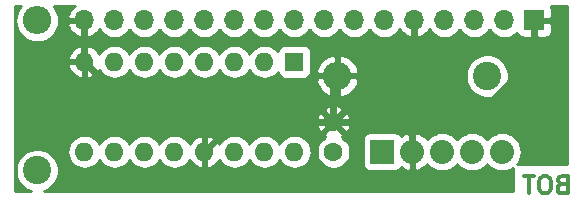
<source format=gbl>
G04 #@! TF.GenerationSoftware,KiCad,Pcbnew,(5.1.4)-1*
G04 #@! TF.CreationDate,2019-09-09T23:57:34+02:00*
G04 #@! TF.ProjectId,Display,44697370-6c61-4792-9e6b-696361645f70,1.0*
G04 #@! TF.SameCoordinates,PXd59f80PY1d905c0*
G04 #@! TF.FileFunction,Copper,L2,Bot*
G04 #@! TF.FilePolarity,Positive*
%FSLAX46Y46*%
G04 Gerber Fmt 4.6, Leading zero omitted, Abs format (unit mm)*
G04 Created by KiCad (PCBNEW (5.1.4)-1) date 2019-09-09 23:57:34*
%MOMM*%
%LPD*%
G04 APERTURE LIST*
%ADD10C,0.300000*%
%ADD11O,2.032000X2.032000*%
%ADD12R,2.032000X2.032000*%
%ADD13O,1.700000X1.700000*%
%ADD14R,1.700000X1.700000*%
%ADD15O,1.600000X1.600000*%
%ADD16R,1.600000X1.600000*%
%ADD17O,2.400000X2.400000*%
%ADD18C,2.400000*%
%ADD19C,1.600000*%
%ADD20C,0.600000*%
%ADD21C,0.254000*%
G04 APERTURE END LIST*
D10*
X46923857Y1262143D02*
X46709571Y1190715D01*
X46638142Y1119286D01*
X46566714Y976429D01*
X46566714Y762143D01*
X46638142Y619286D01*
X46709571Y547858D01*
X46852428Y476429D01*
X47423857Y476429D01*
X47423857Y1976429D01*
X46923857Y1976429D01*
X46781000Y1905000D01*
X46709571Y1833572D01*
X46638142Y1690715D01*
X46638142Y1547858D01*
X46709571Y1405000D01*
X46781000Y1333572D01*
X46923857Y1262143D01*
X47423857Y1262143D01*
X45638142Y1976429D02*
X45352428Y1976429D01*
X45209571Y1905000D01*
X45066714Y1762143D01*
X44995285Y1476429D01*
X44995285Y976429D01*
X45066714Y690715D01*
X45209571Y547858D01*
X45352428Y476429D01*
X45638142Y476429D01*
X45781000Y547858D01*
X45923857Y690715D01*
X45995285Y976429D01*
X45995285Y1476429D01*
X45923857Y1762143D01*
X45781000Y1905000D01*
X45638142Y1976429D01*
X44566714Y1976429D02*
X43709571Y1976429D01*
X44138142Y476429D02*
X44138142Y1976429D01*
D11*
X41880000Y4012500D03*
X39340000Y4012500D03*
X36800000Y4012500D03*
X34260000Y4012500D03*
D12*
X31720000Y4012500D03*
D13*
X6510500Y15125000D03*
X9050500Y15125000D03*
X11590500Y15125000D03*
X14130500Y15125000D03*
X16670500Y15125000D03*
X19210500Y15125000D03*
X21750500Y15125000D03*
X24290500Y15125000D03*
X26830500Y15125000D03*
X29370500Y15125000D03*
X31910500Y15125000D03*
X34450500Y15125000D03*
X36990500Y15125000D03*
X39530500Y15125000D03*
X42070500Y15125000D03*
D14*
X44610500Y15125000D03*
D15*
X24290500Y4012500D03*
X6510500Y11632500D03*
X21750500Y4012500D03*
X9050500Y11632500D03*
X19210500Y4012500D03*
X11590500Y11632500D03*
X16670500Y4012500D03*
X14130500Y11632500D03*
X14130500Y4012500D03*
X16670500Y11632500D03*
X11590500Y4012500D03*
X19210500Y11632500D03*
X9050500Y4012500D03*
X21750500Y11632500D03*
X6510500Y4012500D03*
D16*
X24290500Y11632500D03*
D17*
X27910000Y10426000D03*
D18*
X40610000Y10426000D03*
D17*
X2510000Y15125000D03*
D18*
X2510000Y2425000D03*
D19*
X27592500Y6512500D03*
X27592500Y4012500D03*
D20*
X26461130Y6512500D02*
X27592500Y6512500D01*
X19170500Y6512500D02*
X21790500Y6512500D01*
X16670500Y4012500D02*
X19170500Y6512500D01*
X21790500Y6512500D02*
X26461130Y6512500D01*
X34450500Y13370500D02*
X27592500Y6512500D01*
X34450500Y15125000D02*
X34450500Y13370500D01*
X28723870Y6512500D02*
X27592500Y6512500D01*
X44610500Y11910498D02*
X39212502Y6512500D01*
X44610500Y15125000D02*
X44610500Y11910498D01*
X27592500Y10108500D02*
X27910000Y10426000D01*
X27592500Y6512500D02*
X27592500Y10108500D01*
X33267500Y6441840D02*
X33267500Y6512500D01*
X34260000Y5449340D02*
X33267500Y6441840D01*
X34260000Y4012500D02*
X34260000Y5449340D01*
X39212502Y6512500D02*
X33267500Y6512500D01*
X33267500Y6512500D02*
X28723870Y6512500D01*
X6510500Y11632500D02*
X6510500Y15125000D01*
X11630500Y6512500D02*
X21790500Y6512500D01*
X6510500Y11632500D02*
X11630500Y6512500D01*
D21*
G36*
X976871Y16149404D02*
G01*
X806479Y15830622D01*
X701552Y15484723D01*
X666122Y15125000D01*
X701552Y14765277D01*
X806479Y14419378D01*
X976871Y14100596D01*
X1206181Y13821181D01*
X1485596Y13591871D01*
X1804378Y13421479D01*
X2150277Y13316552D01*
X2419861Y13290000D01*
X2600139Y13290000D01*
X2869723Y13316552D01*
X3215622Y13421479D01*
X3534404Y13591871D01*
X3813819Y13821181D01*
X4043129Y14100596D01*
X4213521Y14419378D01*
X4318448Y14765277D01*
X4318726Y14768109D01*
X5069019Y14768109D01*
X5166343Y14493748D01*
X5315322Y14243645D01*
X5510231Y14027412D01*
X5743580Y13853359D01*
X6006401Y13728175D01*
X6153610Y13683524D01*
X6383500Y13804845D01*
X6383500Y14998000D01*
X5189686Y14998000D01*
X5069019Y14768109D01*
X4318726Y14768109D01*
X4353878Y15125000D01*
X4318448Y15484723D01*
X4213521Y15830622D01*
X4043129Y16149404D01*
X3886711Y16340000D01*
X5667643Y16340000D01*
X5510231Y16222588D01*
X5315322Y16006355D01*
X5166343Y15756252D01*
X5069019Y15481891D01*
X5189686Y15252000D01*
X6383500Y15252000D01*
X6383500Y15272000D01*
X6637500Y15272000D01*
X6637500Y15252000D01*
X6657500Y15252000D01*
X6657500Y14998000D01*
X6637500Y14998000D01*
X6637500Y13804845D01*
X6867390Y13683524D01*
X7014599Y13728175D01*
X7277420Y13853359D01*
X7510769Y14027412D01*
X7705678Y14243645D01*
X7775299Y14360523D01*
X7809794Y14295986D01*
X7995366Y14069866D01*
X8221486Y13884294D01*
X8479466Y13746401D01*
X8759389Y13661487D01*
X8977550Y13640000D01*
X9123450Y13640000D01*
X9341611Y13661487D01*
X9621534Y13746401D01*
X9879514Y13884294D01*
X10105634Y14069866D01*
X10291206Y14295986D01*
X10320500Y14350791D01*
X10349794Y14295986D01*
X10535366Y14069866D01*
X10761486Y13884294D01*
X11019466Y13746401D01*
X11299389Y13661487D01*
X11517550Y13640000D01*
X11663450Y13640000D01*
X11881611Y13661487D01*
X12161534Y13746401D01*
X12419514Y13884294D01*
X12645634Y14069866D01*
X12831206Y14295986D01*
X12860500Y14350791D01*
X12889794Y14295986D01*
X13075366Y14069866D01*
X13301486Y13884294D01*
X13559466Y13746401D01*
X13839389Y13661487D01*
X14057550Y13640000D01*
X14203450Y13640000D01*
X14421611Y13661487D01*
X14701534Y13746401D01*
X14959514Y13884294D01*
X15185634Y14069866D01*
X15371206Y14295986D01*
X15400500Y14350791D01*
X15429794Y14295986D01*
X15615366Y14069866D01*
X15841486Y13884294D01*
X16099466Y13746401D01*
X16379389Y13661487D01*
X16597550Y13640000D01*
X16743450Y13640000D01*
X16961611Y13661487D01*
X17241534Y13746401D01*
X17499514Y13884294D01*
X17725634Y14069866D01*
X17911206Y14295986D01*
X17940500Y14350791D01*
X17969794Y14295986D01*
X18155366Y14069866D01*
X18381486Y13884294D01*
X18639466Y13746401D01*
X18919389Y13661487D01*
X19137550Y13640000D01*
X19283450Y13640000D01*
X19501611Y13661487D01*
X19781534Y13746401D01*
X20039514Y13884294D01*
X20265634Y14069866D01*
X20451206Y14295986D01*
X20480500Y14350791D01*
X20509794Y14295986D01*
X20695366Y14069866D01*
X20921486Y13884294D01*
X21179466Y13746401D01*
X21459389Y13661487D01*
X21677550Y13640000D01*
X21823450Y13640000D01*
X22041611Y13661487D01*
X22321534Y13746401D01*
X22579514Y13884294D01*
X22805634Y14069866D01*
X22991206Y14295986D01*
X23020500Y14350791D01*
X23049794Y14295986D01*
X23235366Y14069866D01*
X23461486Y13884294D01*
X23719466Y13746401D01*
X23999389Y13661487D01*
X24217550Y13640000D01*
X24363450Y13640000D01*
X24581611Y13661487D01*
X24861534Y13746401D01*
X25119514Y13884294D01*
X25345634Y14069866D01*
X25531206Y14295986D01*
X25560500Y14350791D01*
X25589794Y14295986D01*
X25775366Y14069866D01*
X26001486Y13884294D01*
X26259466Y13746401D01*
X26539389Y13661487D01*
X26757550Y13640000D01*
X26903450Y13640000D01*
X27121611Y13661487D01*
X27401534Y13746401D01*
X27659514Y13884294D01*
X27885634Y14069866D01*
X28071206Y14295986D01*
X28100500Y14350791D01*
X28129794Y14295986D01*
X28315366Y14069866D01*
X28541486Y13884294D01*
X28799466Y13746401D01*
X29079389Y13661487D01*
X29297550Y13640000D01*
X29443450Y13640000D01*
X29661611Y13661487D01*
X29941534Y13746401D01*
X30199514Y13884294D01*
X30425634Y14069866D01*
X30611206Y14295986D01*
X30640500Y14350791D01*
X30669794Y14295986D01*
X30855366Y14069866D01*
X31081486Y13884294D01*
X31339466Y13746401D01*
X31619389Y13661487D01*
X31837550Y13640000D01*
X31983450Y13640000D01*
X32201611Y13661487D01*
X32481534Y13746401D01*
X32739514Y13884294D01*
X32965634Y14069866D01*
X33151206Y14295986D01*
X33185701Y14360523D01*
X33255322Y14243645D01*
X33450231Y14027412D01*
X33683580Y13853359D01*
X33946401Y13728175D01*
X34093610Y13683524D01*
X34323500Y13804845D01*
X34323500Y14998000D01*
X34303500Y14998000D01*
X34303500Y15252000D01*
X34323500Y15252000D01*
X34323500Y15272000D01*
X34577500Y15272000D01*
X34577500Y15252000D01*
X34597500Y15252000D01*
X34597500Y14998000D01*
X34577500Y14998000D01*
X34577500Y13804845D01*
X34807390Y13683524D01*
X34954599Y13728175D01*
X35217420Y13853359D01*
X35450769Y14027412D01*
X35645678Y14243645D01*
X35715299Y14360523D01*
X35749794Y14295986D01*
X35935366Y14069866D01*
X36161486Y13884294D01*
X36419466Y13746401D01*
X36699389Y13661487D01*
X36917550Y13640000D01*
X37063450Y13640000D01*
X37281611Y13661487D01*
X37561534Y13746401D01*
X37819514Y13884294D01*
X38045634Y14069866D01*
X38231206Y14295986D01*
X38260500Y14350791D01*
X38289794Y14295986D01*
X38475366Y14069866D01*
X38701486Y13884294D01*
X38959466Y13746401D01*
X39239389Y13661487D01*
X39457550Y13640000D01*
X39603450Y13640000D01*
X39821611Y13661487D01*
X40101534Y13746401D01*
X40359514Y13884294D01*
X40585634Y14069866D01*
X40771206Y14295986D01*
X40800500Y14350791D01*
X40829794Y14295986D01*
X41015366Y14069866D01*
X41241486Y13884294D01*
X41499466Y13746401D01*
X41779389Y13661487D01*
X41997550Y13640000D01*
X42143450Y13640000D01*
X42361611Y13661487D01*
X42641534Y13746401D01*
X42899514Y13884294D01*
X43125634Y14069866D01*
X43150107Y14099687D01*
X43170998Y14030820D01*
X43229963Y13920506D01*
X43309315Y13823815D01*
X43406006Y13744463D01*
X43516320Y13685498D01*
X43636018Y13649188D01*
X43760500Y13636928D01*
X44324750Y13640000D01*
X44483500Y13798750D01*
X44483500Y14998000D01*
X44737500Y14998000D01*
X44737500Y13798750D01*
X44896250Y13640000D01*
X45460500Y13636928D01*
X45584982Y13649188D01*
X45704680Y13685498D01*
X45814994Y13744463D01*
X45911685Y13823815D01*
X45991037Y13920506D01*
X46050002Y14030820D01*
X46086312Y14150518D01*
X46098572Y14275000D01*
X46095500Y14839250D01*
X45936750Y14998000D01*
X44737500Y14998000D01*
X44483500Y14998000D01*
X44463500Y14998000D01*
X44463500Y15252000D01*
X44483500Y15252000D01*
X44483500Y15272000D01*
X44737500Y15272000D01*
X44737500Y15252000D01*
X45936750Y15252000D01*
X46095500Y15410750D01*
X46098572Y15975000D01*
X46086312Y16099482D01*
X46050002Y16219180D01*
X45991037Y16329494D01*
X45982415Y16340000D01*
X47340000Y16340000D01*
X47340001Y2945000D01*
X43139730Y2945000D01*
X43259398Y3090816D01*
X43412705Y3377633D01*
X43507111Y3688847D01*
X43538988Y4012500D01*
X43507111Y4336153D01*
X43412705Y4647367D01*
X43259398Y4934184D01*
X43053082Y5185582D01*
X42801684Y5391898D01*
X42514867Y5545205D01*
X42203653Y5639611D01*
X41961104Y5663500D01*
X41798896Y5663500D01*
X41556347Y5639611D01*
X41245133Y5545205D01*
X40958316Y5391898D01*
X40706918Y5185582D01*
X40610000Y5067486D01*
X40513082Y5185582D01*
X40261684Y5391898D01*
X39974867Y5545205D01*
X39663653Y5639611D01*
X39421104Y5663500D01*
X39258896Y5663500D01*
X39016347Y5639611D01*
X38705133Y5545205D01*
X38418316Y5391898D01*
X38166918Y5185582D01*
X38070000Y5067486D01*
X37973082Y5185582D01*
X37721684Y5391898D01*
X37434867Y5545205D01*
X37123653Y5639611D01*
X36881104Y5663500D01*
X36718896Y5663500D01*
X36476347Y5639611D01*
X36165133Y5545205D01*
X35878316Y5391898D01*
X35626918Y5185582D01*
X35525412Y5061896D01*
X35382569Y5223142D01*
X35124815Y5418882D01*
X34833826Y5560576D01*
X34642944Y5618475D01*
X34387000Y5499336D01*
X34387000Y4139500D01*
X34407000Y4139500D01*
X34407000Y3885500D01*
X34387000Y3885500D01*
X34387000Y2525664D01*
X34642944Y2406525D01*
X34833826Y2464424D01*
X35124815Y2606118D01*
X35382569Y2801858D01*
X35525412Y2963104D01*
X35626918Y2839418D01*
X35878316Y2633102D01*
X36165133Y2479795D01*
X36476347Y2385389D01*
X36718896Y2361500D01*
X36881104Y2361500D01*
X37123653Y2385389D01*
X37434867Y2479795D01*
X37721684Y2633102D01*
X37973082Y2839418D01*
X38070000Y2957514D01*
X38166918Y2839418D01*
X38418316Y2633102D01*
X38705133Y2479795D01*
X39016347Y2385389D01*
X39258896Y2361500D01*
X39421104Y2361500D01*
X39663653Y2385389D01*
X39974867Y2479795D01*
X40261684Y2633102D01*
X40513082Y2839418D01*
X40610000Y2957514D01*
X40706918Y2839418D01*
X40958316Y2633102D01*
X41245133Y2479795D01*
X41556347Y2385389D01*
X41798896Y2361500D01*
X41961104Y2361500D01*
X42203653Y2385389D01*
X42514867Y2479795D01*
X42801684Y2633102D01*
X42826714Y2653643D01*
X42826714Y660000D01*
X3042646Y660000D01*
X3045250Y660518D01*
X3379199Y798844D01*
X3679744Y999662D01*
X3935338Y1255256D01*
X4136156Y1555801D01*
X4274482Y1889750D01*
X4345000Y2244268D01*
X4345000Y2605732D01*
X4274482Y2960250D01*
X4136156Y3294199D01*
X3935338Y3594744D01*
X3679744Y3850338D01*
X3437052Y4012500D01*
X5068557Y4012500D01*
X5096264Y3731191D01*
X5178318Y3460692D01*
X5311568Y3211399D01*
X5490892Y2992892D01*
X5709399Y2813568D01*
X5958692Y2680318D01*
X6229191Y2598264D01*
X6440008Y2577500D01*
X6580992Y2577500D01*
X6791809Y2598264D01*
X7062308Y2680318D01*
X7311601Y2813568D01*
X7530108Y2992892D01*
X7709432Y3211399D01*
X7780500Y3344358D01*
X7851568Y3211399D01*
X8030892Y2992892D01*
X8249399Y2813568D01*
X8498692Y2680318D01*
X8769191Y2598264D01*
X8980008Y2577500D01*
X9120992Y2577500D01*
X9331809Y2598264D01*
X9602308Y2680318D01*
X9851601Y2813568D01*
X10070108Y2992892D01*
X10249432Y3211399D01*
X10320500Y3344358D01*
X10391568Y3211399D01*
X10570892Y2992892D01*
X10789399Y2813568D01*
X11038692Y2680318D01*
X11309191Y2598264D01*
X11520008Y2577500D01*
X11660992Y2577500D01*
X11871809Y2598264D01*
X12142308Y2680318D01*
X12391601Y2813568D01*
X12610108Y2992892D01*
X12789432Y3211399D01*
X12860500Y3344358D01*
X12931568Y3211399D01*
X13110892Y2992892D01*
X13329399Y2813568D01*
X13578692Y2680318D01*
X13849191Y2598264D01*
X14060008Y2577500D01*
X14200992Y2577500D01*
X14411809Y2598264D01*
X14682308Y2680318D01*
X14931601Y2813568D01*
X15150108Y2992892D01*
X15329432Y3211399D01*
X15403079Y3349182D01*
X15518115Y3157369D01*
X15707086Y2948981D01*
X15933080Y2781463D01*
X16187413Y2661254D01*
X16321461Y2620596D01*
X16543500Y2742585D01*
X16543500Y3885500D01*
X16523500Y3885500D01*
X16523500Y4139500D01*
X16543500Y4139500D01*
X16543500Y5282415D01*
X16797500Y5282415D01*
X16797500Y4139500D01*
X16817500Y4139500D01*
X16817500Y3885500D01*
X16797500Y3885500D01*
X16797500Y2742585D01*
X17019539Y2620596D01*
X17153587Y2661254D01*
X17407920Y2781463D01*
X17633914Y2948981D01*
X17822885Y3157369D01*
X17937921Y3349182D01*
X18011568Y3211399D01*
X18190892Y2992892D01*
X18409399Y2813568D01*
X18658692Y2680318D01*
X18929191Y2598264D01*
X19140008Y2577500D01*
X19280992Y2577500D01*
X19491809Y2598264D01*
X19762308Y2680318D01*
X20011601Y2813568D01*
X20230108Y2992892D01*
X20409432Y3211399D01*
X20480500Y3344358D01*
X20551568Y3211399D01*
X20730892Y2992892D01*
X20949399Y2813568D01*
X21198692Y2680318D01*
X21469191Y2598264D01*
X21680008Y2577500D01*
X21820992Y2577500D01*
X22031809Y2598264D01*
X22302308Y2680318D01*
X22551601Y2813568D01*
X22770108Y2992892D01*
X22949432Y3211399D01*
X23020500Y3344358D01*
X23091568Y3211399D01*
X23270892Y2992892D01*
X23489399Y2813568D01*
X23738692Y2680318D01*
X24009191Y2598264D01*
X24220008Y2577500D01*
X24360992Y2577500D01*
X24571809Y2598264D01*
X24842308Y2680318D01*
X25091601Y2813568D01*
X25310108Y2992892D01*
X25489432Y3211399D01*
X25622682Y3460692D01*
X25704736Y3731191D01*
X25732443Y4012500D01*
X25718523Y4153835D01*
X26157500Y4153835D01*
X26157500Y3871165D01*
X26212647Y3593926D01*
X26320820Y3332773D01*
X26477863Y3097741D01*
X26677741Y2897863D01*
X26912773Y2740820D01*
X27173926Y2632647D01*
X27451165Y2577500D01*
X27733835Y2577500D01*
X28011074Y2632647D01*
X28272227Y2740820D01*
X28507259Y2897863D01*
X28707137Y3097741D01*
X28864180Y3332773D01*
X28972353Y3593926D01*
X29027500Y3871165D01*
X29027500Y4153835D01*
X28972353Y4431074D01*
X28864180Y4692227D01*
X28707137Y4927259D01*
X28605896Y5028500D01*
X30065928Y5028500D01*
X30065928Y2996500D01*
X30078188Y2872018D01*
X30114498Y2752320D01*
X30173463Y2642006D01*
X30252815Y2545315D01*
X30349506Y2465963D01*
X30459820Y2406998D01*
X30579518Y2370688D01*
X30704000Y2358428D01*
X32736000Y2358428D01*
X32860482Y2370688D01*
X32980180Y2406998D01*
X33090494Y2465963D01*
X33187185Y2545315D01*
X33266537Y2642006D01*
X33290036Y2685969D01*
X33395185Y2606118D01*
X33686174Y2464424D01*
X33877056Y2406525D01*
X34133000Y2525664D01*
X34133000Y3885500D01*
X34113000Y3885500D01*
X34113000Y4139500D01*
X34133000Y4139500D01*
X34133000Y5499336D01*
X33877056Y5618475D01*
X33686174Y5560576D01*
X33395185Y5418882D01*
X33290036Y5339031D01*
X33266537Y5382994D01*
X33187185Y5479685D01*
X33090494Y5559037D01*
X32980180Y5618002D01*
X32860482Y5654312D01*
X32736000Y5666572D01*
X30704000Y5666572D01*
X30579518Y5654312D01*
X30459820Y5618002D01*
X30349506Y5559037D01*
X30252815Y5479685D01*
X30173463Y5382994D01*
X30114498Y5272680D01*
X30078188Y5152982D01*
X30065928Y5028500D01*
X28605896Y5028500D01*
X28507259Y5127137D01*
X28306631Y5261192D01*
X28334014Y5275829D01*
X28405597Y5519798D01*
X27592500Y6332895D01*
X26779403Y5519798D01*
X26850986Y5275829D01*
X26879841Y5262176D01*
X26677741Y5127137D01*
X26477863Y4927259D01*
X26320820Y4692227D01*
X26212647Y4431074D01*
X26157500Y4153835D01*
X25718523Y4153835D01*
X25704736Y4293809D01*
X25622682Y4564308D01*
X25489432Y4813601D01*
X25310108Y5032108D01*
X25091601Y5211432D01*
X24842308Y5344682D01*
X24571809Y5426736D01*
X24360992Y5447500D01*
X24220008Y5447500D01*
X24009191Y5426736D01*
X23738692Y5344682D01*
X23489399Y5211432D01*
X23270892Y5032108D01*
X23091568Y4813601D01*
X23020500Y4680642D01*
X22949432Y4813601D01*
X22770108Y5032108D01*
X22551601Y5211432D01*
X22302308Y5344682D01*
X22031809Y5426736D01*
X21820992Y5447500D01*
X21680008Y5447500D01*
X21469191Y5426736D01*
X21198692Y5344682D01*
X20949399Y5211432D01*
X20730892Y5032108D01*
X20551568Y4813601D01*
X20480500Y4680642D01*
X20409432Y4813601D01*
X20230108Y5032108D01*
X20011601Y5211432D01*
X19762308Y5344682D01*
X19491809Y5426736D01*
X19280992Y5447500D01*
X19140008Y5447500D01*
X18929191Y5426736D01*
X18658692Y5344682D01*
X18409399Y5211432D01*
X18190892Y5032108D01*
X18011568Y4813601D01*
X17937921Y4675818D01*
X17822885Y4867631D01*
X17633914Y5076019D01*
X17407920Y5243537D01*
X17153587Y5363746D01*
X17019539Y5404404D01*
X16797500Y5282415D01*
X16543500Y5282415D01*
X16321461Y5404404D01*
X16187413Y5363746D01*
X15933080Y5243537D01*
X15707086Y5076019D01*
X15518115Y4867631D01*
X15403079Y4675818D01*
X15329432Y4813601D01*
X15150108Y5032108D01*
X14931601Y5211432D01*
X14682308Y5344682D01*
X14411809Y5426736D01*
X14200992Y5447500D01*
X14060008Y5447500D01*
X13849191Y5426736D01*
X13578692Y5344682D01*
X13329399Y5211432D01*
X13110892Y5032108D01*
X12931568Y4813601D01*
X12860500Y4680642D01*
X12789432Y4813601D01*
X12610108Y5032108D01*
X12391601Y5211432D01*
X12142308Y5344682D01*
X11871809Y5426736D01*
X11660992Y5447500D01*
X11520008Y5447500D01*
X11309191Y5426736D01*
X11038692Y5344682D01*
X10789399Y5211432D01*
X10570892Y5032108D01*
X10391568Y4813601D01*
X10320500Y4680642D01*
X10249432Y4813601D01*
X10070108Y5032108D01*
X9851601Y5211432D01*
X9602308Y5344682D01*
X9331809Y5426736D01*
X9120992Y5447500D01*
X8980008Y5447500D01*
X8769191Y5426736D01*
X8498692Y5344682D01*
X8249399Y5211432D01*
X8030892Y5032108D01*
X7851568Y4813601D01*
X7780500Y4680642D01*
X7709432Y4813601D01*
X7530108Y5032108D01*
X7311601Y5211432D01*
X7062308Y5344682D01*
X6791809Y5426736D01*
X6580992Y5447500D01*
X6440008Y5447500D01*
X6229191Y5426736D01*
X5958692Y5344682D01*
X5709399Y5211432D01*
X5490892Y5032108D01*
X5311568Y4813601D01*
X5178318Y4564308D01*
X5096264Y4293809D01*
X5068557Y4012500D01*
X3437052Y4012500D01*
X3379199Y4051156D01*
X3045250Y4189482D01*
X2690732Y4260000D01*
X2329268Y4260000D01*
X1974750Y4189482D01*
X1640801Y4051156D01*
X1340256Y3850338D01*
X1084662Y3594744D01*
X883844Y3294199D01*
X745518Y2960250D01*
X675000Y2605732D01*
X675000Y2244268D01*
X745518Y1889750D01*
X883844Y1555801D01*
X1084662Y1255256D01*
X1340256Y999662D01*
X1640801Y798844D01*
X1974750Y660518D01*
X1977354Y660000D01*
X660000Y660000D01*
X660000Y6441988D01*
X26152283Y6441988D01*
X26193713Y6162370D01*
X26288897Y5896208D01*
X26355829Y5770986D01*
X26599798Y5699403D01*
X27412895Y6512500D01*
X27772105Y6512500D01*
X28585202Y5699403D01*
X28829171Y5770986D01*
X28950071Y6026496D01*
X29018800Y6300684D01*
X29032717Y6583012D01*
X28991287Y6862630D01*
X28896103Y7128792D01*
X28829171Y7254014D01*
X28585202Y7325597D01*
X27772105Y6512500D01*
X27412895Y6512500D01*
X26599798Y7325597D01*
X26355829Y7254014D01*
X26234929Y6998504D01*
X26166200Y6724316D01*
X26152283Y6441988D01*
X660000Y6441988D01*
X660000Y7505202D01*
X26779403Y7505202D01*
X27592500Y6692105D01*
X28405597Y7505202D01*
X28334014Y7749171D01*
X28078504Y7870071D01*
X27804316Y7938800D01*
X27521988Y7952717D01*
X27242370Y7911287D01*
X26976208Y7816103D01*
X26850986Y7749171D01*
X26779403Y7505202D01*
X660000Y7505202D01*
X660000Y10014195D01*
X26121805Y10014195D01*
X26194379Y9774934D01*
X26354361Y9452743D01*
X26574125Y9167954D01*
X26845226Y8931511D01*
X27157246Y8752500D01*
X27498194Y8637801D01*
X27783000Y8754146D01*
X27783000Y10299000D01*
X28037000Y10299000D01*
X28037000Y8754146D01*
X28321806Y8637801D01*
X28662754Y8752500D01*
X28974774Y8931511D01*
X29245875Y9167954D01*
X29465639Y9452743D01*
X29625621Y9774934D01*
X29698195Y10014195D01*
X29581432Y10299000D01*
X28037000Y10299000D01*
X27783000Y10299000D01*
X26238568Y10299000D01*
X26121805Y10014195D01*
X660000Y10014195D01*
X660000Y11283460D01*
X5118591Y11283460D01*
X5213430Y11018619D01*
X5358115Y10777369D01*
X5547086Y10568981D01*
X5773080Y10401463D01*
X6027413Y10281254D01*
X6161461Y10240596D01*
X6383500Y10362585D01*
X6383500Y11505500D01*
X5239876Y11505500D01*
X5118591Y11283460D01*
X660000Y11283460D01*
X660000Y11981540D01*
X5118591Y11981540D01*
X5239876Y11759500D01*
X6383500Y11759500D01*
X6383500Y12902415D01*
X6637500Y12902415D01*
X6637500Y11759500D01*
X6657500Y11759500D01*
X6657500Y11505500D01*
X6637500Y11505500D01*
X6637500Y10362585D01*
X6859539Y10240596D01*
X6993587Y10281254D01*
X7247920Y10401463D01*
X7473914Y10568981D01*
X7662885Y10777369D01*
X7777921Y10969182D01*
X7851568Y10831399D01*
X8030892Y10612892D01*
X8249399Y10433568D01*
X8498692Y10300318D01*
X8769191Y10218264D01*
X8980008Y10197500D01*
X9120992Y10197500D01*
X9331809Y10218264D01*
X9602308Y10300318D01*
X9851601Y10433568D01*
X10070108Y10612892D01*
X10249432Y10831399D01*
X10320500Y10964358D01*
X10391568Y10831399D01*
X10570892Y10612892D01*
X10789399Y10433568D01*
X11038692Y10300318D01*
X11309191Y10218264D01*
X11520008Y10197500D01*
X11660992Y10197500D01*
X11871809Y10218264D01*
X12142308Y10300318D01*
X12391601Y10433568D01*
X12610108Y10612892D01*
X12789432Y10831399D01*
X12860500Y10964358D01*
X12931568Y10831399D01*
X13110892Y10612892D01*
X13329399Y10433568D01*
X13578692Y10300318D01*
X13849191Y10218264D01*
X14060008Y10197500D01*
X14200992Y10197500D01*
X14411809Y10218264D01*
X14682308Y10300318D01*
X14931601Y10433568D01*
X15150108Y10612892D01*
X15329432Y10831399D01*
X15400500Y10964358D01*
X15471568Y10831399D01*
X15650892Y10612892D01*
X15869399Y10433568D01*
X16118692Y10300318D01*
X16389191Y10218264D01*
X16600008Y10197500D01*
X16740992Y10197500D01*
X16951809Y10218264D01*
X17222308Y10300318D01*
X17471601Y10433568D01*
X17690108Y10612892D01*
X17869432Y10831399D01*
X17940500Y10964358D01*
X18011568Y10831399D01*
X18190892Y10612892D01*
X18409399Y10433568D01*
X18658692Y10300318D01*
X18929191Y10218264D01*
X19140008Y10197500D01*
X19280992Y10197500D01*
X19491809Y10218264D01*
X19762308Y10300318D01*
X20011601Y10433568D01*
X20230108Y10612892D01*
X20409432Y10831399D01*
X20480500Y10964358D01*
X20551568Y10831399D01*
X20730892Y10612892D01*
X20949399Y10433568D01*
X21198692Y10300318D01*
X21469191Y10218264D01*
X21680008Y10197500D01*
X21820992Y10197500D01*
X22031809Y10218264D01*
X22302308Y10300318D01*
X22551601Y10433568D01*
X22770108Y10612892D01*
X22862919Y10725982D01*
X22864688Y10708018D01*
X22900998Y10588320D01*
X22959963Y10478006D01*
X23039315Y10381315D01*
X23136006Y10301963D01*
X23246320Y10242998D01*
X23366018Y10206688D01*
X23490500Y10194428D01*
X25090500Y10194428D01*
X25214982Y10206688D01*
X25334680Y10242998D01*
X25444994Y10301963D01*
X25541685Y10381315D01*
X25621037Y10478006D01*
X25680002Y10588320D01*
X25716312Y10708018D01*
X25728572Y10832500D01*
X25728572Y10837805D01*
X26121805Y10837805D01*
X26238568Y10553000D01*
X27783000Y10553000D01*
X27783000Y12097854D01*
X28037000Y12097854D01*
X28037000Y10553000D01*
X29581432Y10553000D01*
X29603460Y10606732D01*
X38775000Y10606732D01*
X38775000Y10245268D01*
X38845518Y9890750D01*
X38983844Y9556801D01*
X39184662Y9256256D01*
X39440256Y9000662D01*
X39740801Y8799844D01*
X40074750Y8661518D01*
X40429268Y8591000D01*
X40790732Y8591000D01*
X41145250Y8661518D01*
X41479199Y8799844D01*
X41779744Y9000662D01*
X42035338Y9256256D01*
X42236156Y9556801D01*
X42374482Y9890750D01*
X42445000Y10245268D01*
X42445000Y10606732D01*
X42374482Y10961250D01*
X42236156Y11295199D01*
X42035338Y11595744D01*
X41779744Y11851338D01*
X41479199Y12052156D01*
X41145250Y12190482D01*
X40790732Y12261000D01*
X40429268Y12261000D01*
X40074750Y12190482D01*
X39740801Y12052156D01*
X39440256Y11851338D01*
X39184662Y11595744D01*
X38983844Y11295199D01*
X38845518Y10961250D01*
X38775000Y10606732D01*
X29603460Y10606732D01*
X29698195Y10837805D01*
X29625621Y11077066D01*
X29465639Y11399257D01*
X29245875Y11684046D01*
X28974774Y11920489D01*
X28662754Y12099500D01*
X28321806Y12214199D01*
X28037000Y12097854D01*
X27783000Y12097854D01*
X27498194Y12214199D01*
X27157246Y12099500D01*
X26845226Y11920489D01*
X26574125Y11684046D01*
X26354361Y11399257D01*
X26194379Y11077066D01*
X26121805Y10837805D01*
X25728572Y10837805D01*
X25728572Y12432500D01*
X25716312Y12556982D01*
X25680002Y12676680D01*
X25621037Y12786994D01*
X25541685Y12883685D01*
X25444994Y12963037D01*
X25334680Y13022002D01*
X25214982Y13058312D01*
X25090500Y13070572D01*
X23490500Y13070572D01*
X23366018Y13058312D01*
X23246320Y13022002D01*
X23136006Y12963037D01*
X23039315Y12883685D01*
X22959963Y12786994D01*
X22900998Y12676680D01*
X22864688Y12556982D01*
X22862919Y12539018D01*
X22770108Y12652108D01*
X22551601Y12831432D01*
X22302308Y12964682D01*
X22031809Y13046736D01*
X21820992Y13067500D01*
X21680008Y13067500D01*
X21469191Y13046736D01*
X21198692Y12964682D01*
X20949399Y12831432D01*
X20730892Y12652108D01*
X20551568Y12433601D01*
X20480500Y12300642D01*
X20409432Y12433601D01*
X20230108Y12652108D01*
X20011601Y12831432D01*
X19762308Y12964682D01*
X19491809Y13046736D01*
X19280992Y13067500D01*
X19140008Y13067500D01*
X18929191Y13046736D01*
X18658692Y12964682D01*
X18409399Y12831432D01*
X18190892Y12652108D01*
X18011568Y12433601D01*
X17940500Y12300642D01*
X17869432Y12433601D01*
X17690108Y12652108D01*
X17471601Y12831432D01*
X17222308Y12964682D01*
X16951809Y13046736D01*
X16740992Y13067500D01*
X16600008Y13067500D01*
X16389191Y13046736D01*
X16118692Y12964682D01*
X15869399Y12831432D01*
X15650892Y12652108D01*
X15471568Y12433601D01*
X15400500Y12300642D01*
X15329432Y12433601D01*
X15150108Y12652108D01*
X14931601Y12831432D01*
X14682308Y12964682D01*
X14411809Y13046736D01*
X14200992Y13067500D01*
X14060008Y13067500D01*
X13849191Y13046736D01*
X13578692Y12964682D01*
X13329399Y12831432D01*
X13110892Y12652108D01*
X12931568Y12433601D01*
X12860500Y12300642D01*
X12789432Y12433601D01*
X12610108Y12652108D01*
X12391601Y12831432D01*
X12142308Y12964682D01*
X11871809Y13046736D01*
X11660992Y13067500D01*
X11520008Y13067500D01*
X11309191Y13046736D01*
X11038692Y12964682D01*
X10789399Y12831432D01*
X10570892Y12652108D01*
X10391568Y12433601D01*
X10320500Y12300642D01*
X10249432Y12433601D01*
X10070108Y12652108D01*
X9851601Y12831432D01*
X9602308Y12964682D01*
X9331809Y13046736D01*
X9120992Y13067500D01*
X8980008Y13067500D01*
X8769191Y13046736D01*
X8498692Y12964682D01*
X8249399Y12831432D01*
X8030892Y12652108D01*
X7851568Y12433601D01*
X7777921Y12295818D01*
X7662885Y12487631D01*
X7473914Y12696019D01*
X7247920Y12863537D01*
X6993587Y12983746D01*
X6859539Y13024404D01*
X6637500Y12902415D01*
X6383500Y12902415D01*
X6161461Y13024404D01*
X6027413Y12983746D01*
X5773080Y12863537D01*
X5547086Y12696019D01*
X5358115Y12487631D01*
X5213430Y12246381D01*
X5118591Y11981540D01*
X660000Y11981540D01*
X660000Y16340000D01*
X1133289Y16340000D01*
X976871Y16149404D01*
X976871Y16149404D01*
G37*
X976871Y16149404D02*
X806479Y15830622D01*
X701552Y15484723D01*
X666122Y15125000D01*
X701552Y14765277D01*
X806479Y14419378D01*
X976871Y14100596D01*
X1206181Y13821181D01*
X1485596Y13591871D01*
X1804378Y13421479D01*
X2150277Y13316552D01*
X2419861Y13290000D01*
X2600139Y13290000D01*
X2869723Y13316552D01*
X3215622Y13421479D01*
X3534404Y13591871D01*
X3813819Y13821181D01*
X4043129Y14100596D01*
X4213521Y14419378D01*
X4318448Y14765277D01*
X4318726Y14768109D01*
X5069019Y14768109D01*
X5166343Y14493748D01*
X5315322Y14243645D01*
X5510231Y14027412D01*
X5743580Y13853359D01*
X6006401Y13728175D01*
X6153610Y13683524D01*
X6383500Y13804845D01*
X6383500Y14998000D01*
X5189686Y14998000D01*
X5069019Y14768109D01*
X4318726Y14768109D01*
X4353878Y15125000D01*
X4318448Y15484723D01*
X4213521Y15830622D01*
X4043129Y16149404D01*
X3886711Y16340000D01*
X5667643Y16340000D01*
X5510231Y16222588D01*
X5315322Y16006355D01*
X5166343Y15756252D01*
X5069019Y15481891D01*
X5189686Y15252000D01*
X6383500Y15252000D01*
X6383500Y15272000D01*
X6637500Y15272000D01*
X6637500Y15252000D01*
X6657500Y15252000D01*
X6657500Y14998000D01*
X6637500Y14998000D01*
X6637500Y13804845D01*
X6867390Y13683524D01*
X7014599Y13728175D01*
X7277420Y13853359D01*
X7510769Y14027412D01*
X7705678Y14243645D01*
X7775299Y14360523D01*
X7809794Y14295986D01*
X7995366Y14069866D01*
X8221486Y13884294D01*
X8479466Y13746401D01*
X8759389Y13661487D01*
X8977550Y13640000D01*
X9123450Y13640000D01*
X9341611Y13661487D01*
X9621534Y13746401D01*
X9879514Y13884294D01*
X10105634Y14069866D01*
X10291206Y14295986D01*
X10320500Y14350791D01*
X10349794Y14295986D01*
X10535366Y14069866D01*
X10761486Y13884294D01*
X11019466Y13746401D01*
X11299389Y13661487D01*
X11517550Y13640000D01*
X11663450Y13640000D01*
X11881611Y13661487D01*
X12161534Y13746401D01*
X12419514Y13884294D01*
X12645634Y14069866D01*
X12831206Y14295986D01*
X12860500Y14350791D01*
X12889794Y14295986D01*
X13075366Y14069866D01*
X13301486Y13884294D01*
X13559466Y13746401D01*
X13839389Y13661487D01*
X14057550Y13640000D01*
X14203450Y13640000D01*
X14421611Y13661487D01*
X14701534Y13746401D01*
X14959514Y13884294D01*
X15185634Y14069866D01*
X15371206Y14295986D01*
X15400500Y14350791D01*
X15429794Y14295986D01*
X15615366Y14069866D01*
X15841486Y13884294D01*
X16099466Y13746401D01*
X16379389Y13661487D01*
X16597550Y13640000D01*
X16743450Y13640000D01*
X16961611Y13661487D01*
X17241534Y13746401D01*
X17499514Y13884294D01*
X17725634Y14069866D01*
X17911206Y14295986D01*
X17940500Y14350791D01*
X17969794Y14295986D01*
X18155366Y14069866D01*
X18381486Y13884294D01*
X18639466Y13746401D01*
X18919389Y13661487D01*
X19137550Y13640000D01*
X19283450Y13640000D01*
X19501611Y13661487D01*
X19781534Y13746401D01*
X20039514Y13884294D01*
X20265634Y14069866D01*
X20451206Y14295986D01*
X20480500Y14350791D01*
X20509794Y14295986D01*
X20695366Y14069866D01*
X20921486Y13884294D01*
X21179466Y13746401D01*
X21459389Y13661487D01*
X21677550Y13640000D01*
X21823450Y13640000D01*
X22041611Y13661487D01*
X22321534Y13746401D01*
X22579514Y13884294D01*
X22805634Y14069866D01*
X22991206Y14295986D01*
X23020500Y14350791D01*
X23049794Y14295986D01*
X23235366Y14069866D01*
X23461486Y13884294D01*
X23719466Y13746401D01*
X23999389Y13661487D01*
X24217550Y13640000D01*
X24363450Y13640000D01*
X24581611Y13661487D01*
X24861534Y13746401D01*
X25119514Y13884294D01*
X25345634Y14069866D01*
X25531206Y14295986D01*
X25560500Y14350791D01*
X25589794Y14295986D01*
X25775366Y14069866D01*
X26001486Y13884294D01*
X26259466Y13746401D01*
X26539389Y13661487D01*
X26757550Y13640000D01*
X26903450Y13640000D01*
X27121611Y13661487D01*
X27401534Y13746401D01*
X27659514Y13884294D01*
X27885634Y14069866D01*
X28071206Y14295986D01*
X28100500Y14350791D01*
X28129794Y14295986D01*
X28315366Y14069866D01*
X28541486Y13884294D01*
X28799466Y13746401D01*
X29079389Y13661487D01*
X29297550Y13640000D01*
X29443450Y13640000D01*
X29661611Y13661487D01*
X29941534Y13746401D01*
X30199514Y13884294D01*
X30425634Y14069866D01*
X30611206Y14295986D01*
X30640500Y14350791D01*
X30669794Y14295986D01*
X30855366Y14069866D01*
X31081486Y13884294D01*
X31339466Y13746401D01*
X31619389Y13661487D01*
X31837550Y13640000D01*
X31983450Y13640000D01*
X32201611Y13661487D01*
X32481534Y13746401D01*
X32739514Y13884294D01*
X32965634Y14069866D01*
X33151206Y14295986D01*
X33185701Y14360523D01*
X33255322Y14243645D01*
X33450231Y14027412D01*
X33683580Y13853359D01*
X33946401Y13728175D01*
X34093610Y13683524D01*
X34323500Y13804845D01*
X34323500Y14998000D01*
X34303500Y14998000D01*
X34303500Y15252000D01*
X34323500Y15252000D01*
X34323500Y15272000D01*
X34577500Y15272000D01*
X34577500Y15252000D01*
X34597500Y15252000D01*
X34597500Y14998000D01*
X34577500Y14998000D01*
X34577500Y13804845D01*
X34807390Y13683524D01*
X34954599Y13728175D01*
X35217420Y13853359D01*
X35450769Y14027412D01*
X35645678Y14243645D01*
X35715299Y14360523D01*
X35749794Y14295986D01*
X35935366Y14069866D01*
X36161486Y13884294D01*
X36419466Y13746401D01*
X36699389Y13661487D01*
X36917550Y13640000D01*
X37063450Y13640000D01*
X37281611Y13661487D01*
X37561534Y13746401D01*
X37819514Y13884294D01*
X38045634Y14069866D01*
X38231206Y14295986D01*
X38260500Y14350791D01*
X38289794Y14295986D01*
X38475366Y14069866D01*
X38701486Y13884294D01*
X38959466Y13746401D01*
X39239389Y13661487D01*
X39457550Y13640000D01*
X39603450Y13640000D01*
X39821611Y13661487D01*
X40101534Y13746401D01*
X40359514Y13884294D01*
X40585634Y14069866D01*
X40771206Y14295986D01*
X40800500Y14350791D01*
X40829794Y14295986D01*
X41015366Y14069866D01*
X41241486Y13884294D01*
X41499466Y13746401D01*
X41779389Y13661487D01*
X41997550Y13640000D01*
X42143450Y13640000D01*
X42361611Y13661487D01*
X42641534Y13746401D01*
X42899514Y13884294D01*
X43125634Y14069866D01*
X43150107Y14099687D01*
X43170998Y14030820D01*
X43229963Y13920506D01*
X43309315Y13823815D01*
X43406006Y13744463D01*
X43516320Y13685498D01*
X43636018Y13649188D01*
X43760500Y13636928D01*
X44324750Y13640000D01*
X44483500Y13798750D01*
X44483500Y14998000D01*
X44737500Y14998000D01*
X44737500Y13798750D01*
X44896250Y13640000D01*
X45460500Y13636928D01*
X45584982Y13649188D01*
X45704680Y13685498D01*
X45814994Y13744463D01*
X45911685Y13823815D01*
X45991037Y13920506D01*
X46050002Y14030820D01*
X46086312Y14150518D01*
X46098572Y14275000D01*
X46095500Y14839250D01*
X45936750Y14998000D01*
X44737500Y14998000D01*
X44483500Y14998000D01*
X44463500Y14998000D01*
X44463500Y15252000D01*
X44483500Y15252000D01*
X44483500Y15272000D01*
X44737500Y15272000D01*
X44737500Y15252000D01*
X45936750Y15252000D01*
X46095500Y15410750D01*
X46098572Y15975000D01*
X46086312Y16099482D01*
X46050002Y16219180D01*
X45991037Y16329494D01*
X45982415Y16340000D01*
X47340000Y16340000D01*
X47340001Y2945000D01*
X43139730Y2945000D01*
X43259398Y3090816D01*
X43412705Y3377633D01*
X43507111Y3688847D01*
X43538988Y4012500D01*
X43507111Y4336153D01*
X43412705Y4647367D01*
X43259398Y4934184D01*
X43053082Y5185582D01*
X42801684Y5391898D01*
X42514867Y5545205D01*
X42203653Y5639611D01*
X41961104Y5663500D01*
X41798896Y5663500D01*
X41556347Y5639611D01*
X41245133Y5545205D01*
X40958316Y5391898D01*
X40706918Y5185582D01*
X40610000Y5067486D01*
X40513082Y5185582D01*
X40261684Y5391898D01*
X39974867Y5545205D01*
X39663653Y5639611D01*
X39421104Y5663500D01*
X39258896Y5663500D01*
X39016347Y5639611D01*
X38705133Y5545205D01*
X38418316Y5391898D01*
X38166918Y5185582D01*
X38070000Y5067486D01*
X37973082Y5185582D01*
X37721684Y5391898D01*
X37434867Y5545205D01*
X37123653Y5639611D01*
X36881104Y5663500D01*
X36718896Y5663500D01*
X36476347Y5639611D01*
X36165133Y5545205D01*
X35878316Y5391898D01*
X35626918Y5185582D01*
X35525412Y5061896D01*
X35382569Y5223142D01*
X35124815Y5418882D01*
X34833826Y5560576D01*
X34642944Y5618475D01*
X34387000Y5499336D01*
X34387000Y4139500D01*
X34407000Y4139500D01*
X34407000Y3885500D01*
X34387000Y3885500D01*
X34387000Y2525664D01*
X34642944Y2406525D01*
X34833826Y2464424D01*
X35124815Y2606118D01*
X35382569Y2801858D01*
X35525412Y2963104D01*
X35626918Y2839418D01*
X35878316Y2633102D01*
X36165133Y2479795D01*
X36476347Y2385389D01*
X36718896Y2361500D01*
X36881104Y2361500D01*
X37123653Y2385389D01*
X37434867Y2479795D01*
X37721684Y2633102D01*
X37973082Y2839418D01*
X38070000Y2957514D01*
X38166918Y2839418D01*
X38418316Y2633102D01*
X38705133Y2479795D01*
X39016347Y2385389D01*
X39258896Y2361500D01*
X39421104Y2361500D01*
X39663653Y2385389D01*
X39974867Y2479795D01*
X40261684Y2633102D01*
X40513082Y2839418D01*
X40610000Y2957514D01*
X40706918Y2839418D01*
X40958316Y2633102D01*
X41245133Y2479795D01*
X41556347Y2385389D01*
X41798896Y2361500D01*
X41961104Y2361500D01*
X42203653Y2385389D01*
X42514867Y2479795D01*
X42801684Y2633102D01*
X42826714Y2653643D01*
X42826714Y660000D01*
X3042646Y660000D01*
X3045250Y660518D01*
X3379199Y798844D01*
X3679744Y999662D01*
X3935338Y1255256D01*
X4136156Y1555801D01*
X4274482Y1889750D01*
X4345000Y2244268D01*
X4345000Y2605732D01*
X4274482Y2960250D01*
X4136156Y3294199D01*
X3935338Y3594744D01*
X3679744Y3850338D01*
X3437052Y4012500D01*
X5068557Y4012500D01*
X5096264Y3731191D01*
X5178318Y3460692D01*
X5311568Y3211399D01*
X5490892Y2992892D01*
X5709399Y2813568D01*
X5958692Y2680318D01*
X6229191Y2598264D01*
X6440008Y2577500D01*
X6580992Y2577500D01*
X6791809Y2598264D01*
X7062308Y2680318D01*
X7311601Y2813568D01*
X7530108Y2992892D01*
X7709432Y3211399D01*
X7780500Y3344358D01*
X7851568Y3211399D01*
X8030892Y2992892D01*
X8249399Y2813568D01*
X8498692Y2680318D01*
X8769191Y2598264D01*
X8980008Y2577500D01*
X9120992Y2577500D01*
X9331809Y2598264D01*
X9602308Y2680318D01*
X9851601Y2813568D01*
X10070108Y2992892D01*
X10249432Y3211399D01*
X10320500Y3344358D01*
X10391568Y3211399D01*
X10570892Y2992892D01*
X10789399Y2813568D01*
X11038692Y2680318D01*
X11309191Y2598264D01*
X11520008Y2577500D01*
X11660992Y2577500D01*
X11871809Y2598264D01*
X12142308Y2680318D01*
X12391601Y2813568D01*
X12610108Y2992892D01*
X12789432Y3211399D01*
X12860500Y3344358D01*
X12931568Y3211399D01*
X13110892Y2992892D01*
X13329399Y2813568D01*
X13578692Y2680318D01*
X13849191Y2598264D01*
X14060008Y2577500D01*
X14200992Y2577500D01*
X14411809Y2598264D01*
X14682308Y2680318D01*
X14931601Y2813568D01*
X15150108Y2992892D01*
X15329432Y3211399D01*
X15403079Y3349182D01*
X15518115Y3157369D01*
X15707086Y2948981D01*
X15933080Y2781463D01*
X16187413Y2661254D01*
X16321461Y2620596D01*
X16543500Y2742585D01*
X16543500Y3885500D01*
X16523500Y3885500D01*
X16523500Y4139500D01*
X16543500Y4139500D01*
X16543500Y5282415D01*
X16797500Y5282415D01*
X16797500Y4139500D01*
X16817500Y4139500D01*
X16817500Y3885500D01*
X16797500Y3885500D01*
X16797500Y2742585D01*
X17019539Y2620596D01*
X17153587Y2661254D01*
X17407920Y2781463D01*
X17633914Y2948981D01*
X17822885Y3157369D01*
X17937921Y3349182D01*
X18011568Y3211399D01*
X18190892Y2992892D01*
X18409399Y2813568D01*
X18658692Y2680318D01*
X18929191Y2598264D01*
X19140008Y2577500D01*
X19280992Y2577500D01*
X19491809Y2598264D01*
X19762308Y2680318D01*
X20011601Y2813568D01*
X20230108Y2992892D01*
X20409432Y3211399D01*
X20480500Y3344358D01*
X20551568Y3211399D01*
X20730892Y2992892D01*
X20949399Y2813568D01*
X21198692Y2680318D01*
X21469191Y2598264D01*
X21680008Y2577500D01*
X21820992Y2577500D01*
X22031809Y2598264D01*
X22302308Y2680318D01*
X22551601Y2813568D01*
X22770108Y2992892D01*
X22949432Y3211399D01*
X23020500Y3344358D01*
X23091568Y3211399D01*
X23270892Y2992892D01*
X23489399Y2813568D01*
X23738692Y2680318D01*
X24009191Y2598264D01*
X24220008Y2577500D01*
X24360992Y2577500D01*
X24571809Y2598264D01*
X24842308Y2680318D01*
X25091601Y2813568D01*
X25310108Y2992892D01*
X25489432Y3211399D01*
X25622682Y3460692D01*
X25704736Y3731191D01*
X25732443Y4012500D01*
X25718523Y4153835D01*
X26157500Y4153835D01*
X26157500Y3871165D01*
X26212647Y3593926D01*
X26320820Y3332773D01*
X26477863Y3097741D01*
X26677741Y2897863D01*
X26912773Y2740820D01*
X27173926Y2632647D01*
X27451165Y2577500D01*
X27733835Y2577500D01*
X28011074Y2632647D01*
X28272227Y2740820D01*
X28507259Y2897863D01*
X28707137Y3097741D01*
X28864180Y3332773D01*
X28972353Y3593926D01*
X29027500Y3871165D01*
X29027500Y4153835D01*
X28972353Y4431074D01*
X28864180Y4692227D01*
X28707137Y4927259D01*
X28605896Y5028500D01*
X30065928Y5028500D01*
X30065928Y2996500D01*
X30078188Y2872018D01*
X30114498Y2752320D01*
X30173463Y2642006D01*
X30252815Y2545315D01*
X30349506Y2465963D01*
X30459820Y2406998D01*
X30579518Y2370688D01*
X30704000Y2358428D01*
X32736000Y2358428D01*
X32860482Y2370688D01*
X32980180Y2406998D01*
X33090494Y2465963D01*
X33187185Y2545315D01*
X33266537Y2642006D01*
X33290036Y2685969D01*
X33395185Y2606118D01*
X33686174Y2464424D01*
X33877056Y2406525D01*
X34133000Y2525664D01*
X34133000Y3885500D01*
X34113000Y3885500D01*
X34113000Y4139500D01*
X34133000Y4139500D01*
X34133000Y5499336D01*
X33877056Y5618475D01*
X33686174Y5560576D01*
X33395185Y5418882D01*
X33290036Y5339031D01*
X33266537Y5382994D01*
X33187185Y5479685D01*
X33090494Y5559037D01*
X32980180Y5618002D01*
X32860482Y5654312D01*
X32736000Y5666572D01*
X30704000Y5666572D01*
X30579518Y5654312D01*
X30459820Y5618002D01*
X30349506Y5559037D01*
X30252815Y5479685D01*
X30173463Y5382994D01*
X30114498Y5272680D01*
X30078188Y5152982D01*
X30065928Y5028500D01*
X28605896Y5028500D01*
X28507259Y5127137D01*
X28306631Y5261192D01*
X28334014Y5275829D01*
X28405597Y5519798D01*
X27592500Y6332895D01*
X26779403Y5519798D01*
X26850986Y5275829D01*
X26879841Y5262176D01*
X26677741Y5127137D01*
X26477863Y4927259D01*
X26320820Y4692227D01*
X26212647Y4431074D01*
X26157500Y4153835D01*
X25718523Y4153835D01*
X25704736Y4293809D01*
X25622682Y4564308D01*
X25489432Y4813601D01*
X25310108Y5032108D01*
X25091601Y5211432D01*
X24842308Y5344682D01*
X24571809Y5426736D01*
X24360992Y5447500D01*
X24220008Y5447500D01*
X24009191Y5426736D01*
X23738692Y5344682D01*
X23489399Y5211432D01*
X23270892Y5032108D01*
X23091568Y4813601D01*
X23020500Y4680642D01*
X22949432Y4813601D01*
X22770108Y5032108D01*
X22551601Y5211432D01*
X22302308Y5344682D01*
X22031809Y5426736D01*
X21820992Y5447500D01*
X21680008Y5447500D01*
X21469191Y5426736D01*
X21198692Y5344682D01*
X20949399Y5211432D01*
X20730892Y5032108D01*
X20551568Y4813601D01*
X20480500Y4680642D01*
X20409432Y4813601D01*
X20230108Y5032108D01*
X20011601Y5211432D01*
X19762308Y5344682D01*
X19491809Y5426736D01*
X19280992Y5447500D01*
X19140008Y5447500D01*
X18929191Y5426736D01*
X18658692Y5344682D01*
X18409399Y5211432D01*
X18190892Y5032108D01*
X18011568Y4813601D01*
X17937921Y4675818D01*
X17822885Y4867631D01*
X17633914Y5076019D01*
X17407920Y5243537D01*
X17153587Y5363746D01*
X17019539Y5404404D01*
X16797500Y5282415D01*
X16543500Y5282415D01*
X16321461Y5404404D01*
X16187413Y5363746D01*
X15933080Y5243537D01*
X15707086Y5076019D01*
X15518115Y4867631D01*
X15403079Y4675818D01*
X15329432Y4813601D01*
X15150108Y5032108D01*
X14931601Y5211432D01*
X14682308Y5344682D01*
X14411809Y5426736D01*
X14200992Y5447500D01*
X14060008Y5447500D01*
X13849191Y5426736D01*
X13578692Y5344682D01*
X13329399Y5211432D01*
X13110892Y5032108D01*
X12931568Y4813601D01*
X12860500Y4680642D01*
X12789432Y4813601D01*
X12610108Y5032108D01*
X12391601Y5211432D01*
X12142308Y5344682D01*
X11871809Y5426736D01*
X11660992Y5447500D01*
X11520008Y5447500D01*
X11309191Y5426736D01*
X11038692Y5344682D01*
X10789399Y5211432D01*
X10570892Y5032108D01*
X10391568Y4813601D01*
X10320500Y4680642D01*
X10249432Y4813601D01*
X10070108Y5032108D01*
X9851601Y5211432D01*
X9602308Y5344682D01*
X9331809Y5426736D01*
X9120992Y5447500D01*
X8980008Y5447500D01*
X8769191Y5426736D01*
X8498692Y5344682D01*
X8249399Y5211432D01*
X8030892Y5032108D01*
X7851568Y4813601D01*
X7780500Y4680642D01*
X7709432Y4813601D01*
X7530108Y5032108D01*
X7311601Y5211432D01*
X7062308Y5344682D01*
X6791809Y5426736D01*
X6580992Y5447500D01*
X6440008Y5447500D01*
X6229191Y5426736D01*
X5958692Y5344682D01*
X5709399Y5211432D01*
X5490892Y5032108D01*
X5311568Y4813601D01*
X5178318Y4564308D01*
X5096264Y4293809D01*
X5068557Y4012500D01*
X3437052Y4012500D01*
X3379199Y4051156D01*
X3045250Y4189482D01*
X2690732Y4260000D01*
X2329268Y4260000D01*
X1974750Y4189482D01*
X1640801Y4051156D01*
X1340256Y3850338D01*
X1084662Y3594744D01*
X883844Y3294199D01*
X745518Y2960250D01*
X675000Y2605732D01*
X675000Y2244268D01*
X745518Y1889750D01*
X883844Y1555801D01*
X1084662Y1255256D01*
X1340256Y999662D01*
X1640801Y798844D01*
X1974750Y660518D01*
X1977354Y660000D01*
X660000Y660000D01*
X660000Y6441988D01*
X26152283Y6441988D01*
X26193713Y6162370D01*
X26288897Y5896208D01*
X26355829Y5770986D01*
X26599798Y5699403D01*
X27412895Y6512500D01*
X27772105Y6512500D01*
X28585202Y5699403D01*
X28829171Y5770986D01*
X28950071Y6026496D01*
X29018800Y6300684D01*
X29032717Y6583012D01*
X28991287Y6862630D01*
X28896103Y7128792D01*
X28829171Y7254014D01*
X28585202Y7325597D01*
X27772105Y6512500D01*
X27412895Y6512500D01*
X26599798Y7325597D01*
X26355829Y7254014D01*
X26234929Y6998504D01*
X26166200Y6724316D01*
X26152283Y6441988D01*
X660000Y6441988D01*
X660000Y7505202D01*
X26779403Y7505202D01*
X27592500Y6692105D01*
X28405597Y7505202D01*
X28334014Y7749171D01*
X28078504Y7870071D01*
X27804316Y7938800D01*
X27521988Y7952717D01*
X27242370Y7911287D01*
X26976208Y7816103D01*
X26850986Y7749171D01*
X26779403Y7505202D01*
X660000Y7505202D01*
X660000Y10014195D01*
X26121805Y10014195D01*
X26194379Y9774934D01*
X26354361Y9452743D01*
X26574125Y9167954D01*
X26845226Y8931511D01*
X27157246Y8752500D01*
X27498194Y8637801D01*
X27783000Y8754146D01*
X27783000Y10299000D01*
X28037000Y10299000D01*
X28037000Y8754146D01*
X28321806Y8637801D01*
X28662754Y8752500D01*
X28974774Y8931511D01*
X29245875Y9167954D01*
X29465639Y9452743D01*
X29625621Y9774934D01*
X29698195Y10014195D01*
X29581432Y10299000D01*
X28037000Y10299000D01*
X27783000Y10299000D01*
X26238568Y10299000D01*
X26121805Y10014195D01*
X660000Y10014195D01*
X660000Y11283460D01*
X5118591Y11283460D01*
X5213430Y11018619D01*
X5358115Y10777369D01*
X5547086Y10568981D01*
X5773080Y10401463D01*
X6027413Y10281254D01*
X6161461Y10240596D01*
X6383500Y10362585D01*
X6383500Y11505500D01*
X5239876Y11505500D01*
X5118591Y11283460D01*
X660000Y11283460D01*
X660000Y11981540D01*
X5118591Y11981540D01*
X5239876Y11759500D01*
X6383500Y11759500D01*
X6383500Y12902415D01*
X6637500Y12902415D01*
X6637500Y11759500D01*
X6657500Y11759500D01*
X6657500Y11505500D01*
X6637500Y11505500D01*
X6637500Y10362585D01*
X6859539Y10240596D01*
X6993587Y10281254D01*
X7247920Y10401463D01*
X7473914Y10568981D01*
X7662885Y10777369D01*
X7777921Y10969182D01*
X7851568Y10831399D01*
X8030892Y10612892D01*
X8249399Y10433568D01*
X8498692Y10300318D01*
X8769191Y10218264D01*
X8980008Y10197500D01*
X9120992Y10197500D01*
X9331809Y10218264D01*
X9602308Y10300318D01*
X9851601Y10433568D01*
X10070108Y10612892D01*
X10249432Y10831399D01*
X10320500Y10964358D01*
X10391568Y10831399D01*
X10570892Y10612892D01*
X10789399Y10433568D01*
X11038692Y10300318D01*
X11309191Y10218264D01*
X11520008Y10197500D01*
X11660992Y10197500D01*
X11871809Y10218264D01*
X12142308Y10300318D01*
X12391601Y10433568D01*
X12610108Y10612892D01*
X12789432Y10831399D01*
X12860500Y10964358D01*
X12931568Y10831399D01*
X13110892Y10612892D01*
X13329399Y10433568D01*
X13578692Y10300318D01*
X13849191Y10218264D01*
X14060008Y10197500D01*
X14200992Y10197500D01*
X14411809Y10218264D01*
X14682308Y10300318D01*
X14931601Y10433568D01*
X15150108Y10612892D01*
X15329432Y10831399D01*
X15400500Y10964358D01*
X15471568Y10831399D01*
X15650892Y10612892D01*
X15869399Y10433568D01*
X16118692Y10300318D01*
X16389191Y10218264D01*
X16600008Y10197500D01*
X16740992Y10197500D01*
X16951809Y10218264D01*
X17222308Y10300318D01*
X17471601Y10433568D01*
X17690108Y10612892D01*
X17869432Y10831399D01*
X17940500Y10964358D01*
X18011568Y10831399D01*
X18190892Y10612892D01*
X18409399Y10433568D01*
X18658692Y10300318D01*
X18929191Y10218264D01*
X19140008Y10197500D01*
X19280992Y10197500D01*
X19491809Y10218264D01*
X19762308Y10300318D01*
X20011601Y10433568D01*
X20230108Y10612892D01*
X20409432Y10831399D01*
X20480500Y10964358D01*
X20551568Y10831399D01*
X20730892Y10612892D01*
X20949399Y10433568D01*
X21198692Y10300318D01*
X21469191Y10218264D01*
X21680008Y10197500D01*
X21820992Y10197500D01*
X22031809Y10218264D01*
X22302308Y10300318D01*
X22551601Y10433568D01*
X22770108Y10612892D01*
X22862919Y10725982D01*
X22864688Y10708018D01*
X22900998Y10588320D01*
X22959963Y10478006D01*
X23039315Y10381315D01*
X23136006Y10301963D01*
X23246320Y10242998D01*
X23366018Y10206688D01*
X23490500Y10194428D01*
X25090500Y10194428D01*
X25214982Y10206688D01*
X25334680Y10242998D01*
X25444994Y10301963D01*
X25541685Y10381315D01*
X25621037Y10478006D01*
X25680002Y10588320D01*
X25716312Y10708018D01*
X25728572Y10832500D01*
X25728572Y10837805D01*
X26121805Y10837805D01*
X26238568Y10553000D01*
X27783000Y10553000D01*
X27783000Y12097854D01*
X28037000Y12097854D01*
X28037000Y10553000D01*
X29581432Y10553000D01*
X29603460Y10606732D01*
X38775000Y10606732D01*
X38775000Y10245268D01*
X38845518Y9890750D01*
X38983844Y9556801D01*
X39184662Y9256256D01*
X39440256Y9000662D01*
X39740801Y8799844D01*
X40074750Y8661518D01*
X40429268Y8591000D01*
X40790732Y8591000D01*
X41145250Y8661518D01*
X41479199Y8799844D01*
X41779744Y9000662D01*
X42035338Y9256256D01*
X42236156Y9556801D01*
X42374482Y9890750D01*
X42445000Y10245268D01*
X42445000Y10606732D01*
X42374482Y10961250D01*
X42236156Y11295199D01*
X42035338Y11595744D01*
X41779744Y11851338D01*
X41479199Y12052156D01*
X41145250Y12190482D01*
X40790732Y12261000D01*
X40429268Y12261000D01*
X40074750Y12190482D01*
X39740801Y12052156D01*
X39440256Y11851338D01*
X39184662Y11595744D01*
X38983844Y11295199D01*
X38845518Y10961250D01*
X38775000Y10606732D01*
X29603460Y10606732D01*
X29698195Y10837805D01*
X29625621Y11077066D01*
X29465639Y11399257D01*
X29245875Y11684046D01*
X28974774Y11920489D01*
X28662754Y12099500D01*
X28321806Y12214199D01*
X28037000Y12097854D01*
X27783000Y12097854D01*
X27498194Y12214199D01*
X27157246Y12099500D01*
X26845226Y11920489D01*
X26574125Y11684046D01*
X26354361Y11399257D01*
X26194379Y11077066D01*
X26121805Y10837805D01*
X25728572Y10837805D01*
X25728572Y12432500D01*
X25716312Y12556982D01*
X25680002Y12676680D01*
X25621037Y12786994D01*
X25541685Y12883685D01*
X25444994Y12963037D01*
X25334680Y13022002D01*
X25214982Y13058312D01*
X25090500Y13070572D01*
X23490500Y13070572D01*
X23366018Y13058312D01*
X23246320Y13022002D01*
X23136006Y12963037D01*
X23039315Y12883685D01*
X22959963Y12786994D01*
X22900998Y12676680D01*
X22864688Y12556982D01*
X22862919Y12539018D01*
X22770108Y12652108D01*
X22551601Y12831432D01*
X22302308Y12964682D01*
X22031809Y13046736D01*
X21820992Y13067500D01*
X21680008Y13067500D01*
X21469191Y13046736D01*
X21198692Y12964682D01*
X20949399Y12831432D01*
X20730892Y12652108D01*
X20551568Y12433601D01*
X20480500Y12300642D01*
X20409432Y12433601D01*
X20230108Y12652108D01*
X20011601Y12831432D01*
X19762308Y12964682D01*
X19491809Y13046736D01*
X19280992Y13067500D01*
X19140008Y13067500D01*
X18929191Y13046736D01*
X18658692Y12964682D01*
X18409399Y12831432D01*
X18190892Y12652108D01*
X18011568Y12433601D01*
X17940500Y12300642D01*
X17869432Y12433601D01*
X17690108Y12652108D01*
X17471601Y12831432D01*
X17222308Y12964682D01*
X16951809Y13046736D01*
X16740992Y13067500D01*
X16600008Y13067500D01*
X16389191Y13046736D01*
X16118692Y12964682D01*
X15869399Y12831432D01*
X15650892Y12652108D01*
X15471568Y12433601D01*
X15400500Y12300642D01*
X15329432Y12433601D01*
X15150108Y12652108D01*
X14931601Y12831432D01*
X14682308Y12964682D01*
X14411809Y13046736D01*
X14200992Y13067500D01*
X14060008Y13067500D01*
X13849191Y13046736D01*
X13578692Y12964682D01*
X13329399Y12831432D01*
X13110892Y12652108D01*
X12931568Y12433601D01*
X12860500Y12300642D01*
X12789432Y12433601D01*
X12610108Y12652108D01*
X12391601Y12831432D01*
X12142308Y12964682D01*
X11871809Y13046736D01*
X11660992Y13067500D01*
X11520008Y13067500D01*
X11309191Y13046736D01*
X11038692Y12964682D01*
X10789399Y12831432D01*
X10570892Y12652108D01*
X10391568Y12433601D01*
X10320500Y12300642D01*
X10249432Y12433601D01*
X10070108Y12652108D01*
X9851601Y12831432D01*
X9602308Y12964682D01*
X9331809Y13046736D01*
X9120992Y13067500D01*
X8980008Y13067500D01*
X8769191Y13046736D01*
X8498692Y12964682D01*
X8249399Y12831432D01*
X8030892Y12652108D01*
X7851568Y12433601D01*
X7777921Y12295818D01*
X7662885Y12487631D01*
X7473914Y12696019D01*
X7247920Y12863537D01*
X6993587Y12983746D01*
X6859539Y13024404D01*
X6637500Y12902415D01*
X6383500Y12902415D01*
X6161461Y13024404D01*
X6027413Y12983746D01*
X5773080Y12863537D01*
X5547086Y12696019D01*
X5358115Y12487631D01*
X5213430Y12246381D01*
X5118591Y11981540D01*
X660000Y11981540D01*
X660000Y16340000D01*
X1133289Y16340000D01*
X976871Y16149404D01*
M02*

</source>
